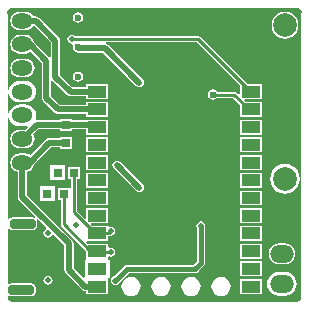
<source format=gtl>
G04*
G04 #@! TF.GenerationSoftware,Altium Limited,Altium Designer,18.1.9 (240)*
G04*
G04 Layer_Physical_Order=1*
G04 Layer_Color=255*
%FSLAX24Y24*%
%MOIN*%
G70*
G01*
G75*
%ADD14C,0.0100*%
%ADD16R,0.0300X0.0300*%
%ADD17R,0.0300X0.0300*%
%ADD18R,0.0630X0.0394*%
%ADD28C,0.0200*%
%ADD29C,0.0197*%
%ADD30C,0.0157*%
%ADD31C,0.0197*%
G04:AMPARAMS|DCode=32|XSize=84.6mil|YSize=31.5mil|CornerRadius=7.9mil|HoleSize=0mil|Usage=FLASHONLY|Rotation=0.000|XOffset=0mil|YOffset=0mil|HoleType=Round|Shape=RoundedRectangle|*
%AMROUNDEDRECTD32*
21,1,0.0846,0.0157,0,0,0.0*
21,1,0.0689,0.0315,0,0,0.0*
1,1,0.0157,0.0344,-0.0079*
1,1,0.0157,-0.0344,-0.0079*
1,1,0.0157,-0.0344,0.0079*
1,1,0.0157,0.0344,0.0079*
%
%ADD32ROUNDEDRECTD32*%
%ADD33C,0.0787*%
%ADD34C,0.0236*%
%ADD35O,0.0787X0.0591*%
%ADD36O,0.0709X0.0512*%
%ADD37C,0.0240*%
G36*
X9809Y9841D02*
X9858Y9808D01*
X9891Y9759D01*
X9903Y9700D01*
X9903Y9700D01*
X9903D01*
X9898Y9652D01*
X9898Y9650D01*
Y273D01*
X9893Y249D01*
X9897Y229D01*
X9892Y228D01*
X9898Y200D01*
X9887Y143D01*
X9855Y95D01*
X9807Y63D01*
X9750Y52D01*
X9722Y58D01*
X9721Y53D01*
X9701Y57D01*
X9677Y52D01*
X323D01*
X299Y57D01*
X279Y53D01*
X278Y58D01*
X250Y52D01*
X193Y63D01*
X145Y95D01*
X113Y143D01*
X102Y200D01*
X108Y228D01*
X149Y256D01*
X156Y257D01*
X170Y248D01*
X220Y238D01*
X909D01*
X959Y248D01*
X1002Y276D01*
X1030Y319D01*
X1040Y369D01*
Y526D01*
X1030Y577D01*
X1002Y619D01*
X959Y648D01*
X909Y658D01*
X220D01*
X170Y648D01*
X152Y636D01*
X102Y663D01*
Y2487D01*
X152Y2502D01*
X166Y2481D01*
X209Y2452D01*
X259Y2442D01*
X948D01*
X998Y2452D01*
X1041Y2481D01*
X1070Y2523D01*
X1080Y2574D01*
Y2731D01*
X1070Y2781D01*
X1067Y2785D01*
X1106Y2816D01*
X1397Y2525D01*
X1382Y2470D01*
X1343Y2444D01*
X1310Y2395D01*
X1299Y2337D01*
X1310Y2279D01*
X1343Y2230D01*
X1392Y2198D01*
X1450Y2186D01*
X1508Y2198D01*
X1557Y2230D01*
X1583Y2269D01*
X1638Y2285D01*
X1997Y1926D01*
Y1100D01*
X2009Y1041D01*
X2042Y992D01*
X2590Y444D01*
X2639Y411D01*
X2698Y399D01*
X2726D01*
Y305D01*
X3456D01*
Y796D01*
X3456Y799D01*
X3464Y846D01*
X3506D01*
Y1439D01*
X3464D01*
X3456Y1486D01*
X3456Y1489D01*
Y1529D01*
X3506Y1557D01*
X3550Y1549D01*
X3608Y1560D01*
X3657Y1593D01*
X3690Y1642D01*
X3701Y1700D01*
X3690Y1758D01*
X3657Y1807D01*
X3608Y1840D01*
X3550Y1851D01*
X3506Y1843D01*
X3456Y1871D01*
Y1980D01*
X2764D01*
X2711Y2033D01*
X2738Y2077D01*
X3456D01*
Y2222D01*
X3474D01*
X3513Y2229D01*
X3543Y2250D01*
X3550Y2249D01*
X3608Y2260D01*
X3657Y2293D01*
X3690Y2342D01*
X3701Y2400D01*
X3690Y2458D01*
X3657Y2507D01*
X3608Y2540D01*
X3550Y2551D01*
X3506Y2543D01*
X3456Y2570D01*
Y2570D01*
X2926D01*
X2875Y2621D01*
X2894Y2667D01*
X3456D01*
Y3161D01*
X2726D01*
Y2835D01*
X2680Y2816D01*
X2427Y3069D01*
Y4150D01*
X2525D01*
Y4550D01*
X2125D01*
Y4150D01*
X2223D01*
Y3855D01*
X2175Y3850D01*
X2173Y3850D01*
X1775D01*
Y3450D01*
X1873D01*
Y2625D01*
X1881Y2586D01*
X1903Y2553D01*
X2726Y1730D01*
Y1489D01*
X2726Y1486D01*
X2718Y1439D01*
X2676D01*
Y861D01*
X2630Y837D01*
X2303Y1163D01*
Y1989D01*
X2291Y2047D01*
X2258Y2097D01*
X1103Y3253D01*
X1096Y3257D01*
X751Y3602D01*
Y4386D01*
X778Y4390D01*
X853Y4421D01*
X917Y4470D01*
X966Y4534D01*
X996Y4608D01*
X1000Y4636D01*
X1563Y5199D01*
X1850D01*
Y5150D01*
X2250D01*
Y5550D01*
X1850D01*
Y5501D01*
X1500D01*
X1442Y5490D01*
X1393Y5457D01*
X1393Y5457D01*
X874Y4938D01*
X853Y4955D01*
X778Y4986D01*
X698Y4996D01*
X502D01*
X422Y4986D01*
X347Y4955D01*
X283Y4906D01*
X234Y4842D01*
X204Y4768D01*
X193Y4688D01*
X204Y4608D01*
X234Y4534D01*
X283Y4470D01*
X347Y4421D01*
X422Y4390D01*
X449Y4386D01*
Y3539D01*
X449Y3539D01*
X460Y3481D01*
X493Y3432D01*
X882Y3043D01*
X886Y3036D01*
X1034Y2889D01*
X1002Y2850D01*
X998Y2852D01*
X948Y2862D01*
X259D01*
X209Y2852D01*
X166Y2824D01*
X152Y2802D01*
X102Y2817D01*
Y6188D01*
X152Y6191D01*
X155Y6170D01*
X191Y6083D01*
X248Y6009D01*
X322Y5952D01*
X409Y5916D01*
X502Y5904D01*
X698D01*
X751Y5910D01*
X774Y5863D01*
X695Y5784D01*
X502D01*
X422Y5773D01*
X347Y5742D01*
X283Y5693D01*
X234Y5629D01*
X204Y5555D01*
X193Y5475D01*
X204Y5395D01*
X234Y5321D01*
X283Y5257D01*
X347Y5208D01*
X422Y5177D01*
X502Y5167D01*
X698D01*
X778Y5177D01*
X853Y5208D01*
X917Y5257D01*
X966Y5321D01*
X996Y5395D01*
X1007Y5475D01*
X996Y5555D01*
X966Y5628D01*
X1137Y5799D01*
X1850D01*
Y5750D01*
X2250D01*
Y5799D01*
X2726D01*
Y5620D01*
X3456D01*
Y6114D01*
X2726D01*
Y6101D01*
X2250D01*
Y6150D01*
X1850D01*
Y6101D01*
X1075D01*
X1075Y6101D01*
X1071Y6101D01*
X1035Y6144D01*
X1045Y6170D01*
X1057Y6263D01*
X1045Y6356D01*
X1009Y6442D01*
X952Y6516D01*
X878Y6573D01*
X791Y6609D01*
X698Y6622D01*
X502D01*
X409Y6609D01*
X322Y6573D01*
X248Y6516D01*
X191Y6442D01*
X155Y6356D01*
X152Y6334D01*
X102Y6337D01*
Y6976D01*
X152Y6979D01*
X155Y6957D01*
X191Y6871D01*
X248Y6796D01*
X322Y6739D01*
X409Y6703D01*
X502Y6691D01*
X698D01*
X791Y6703D01*
X878Y6739D01*
X952Y6796D01*
X1009Y6871D01*
X1045Y6957D01*
X1057Y7050D01*
X1045Y7143D01*
X1009Y7229D01*
X952Y7304D01*
X878Y7361D01*
X791Y7397D01*
X698Y7409D01*
X502D01*
X409Y7397D01*
X322Y7361D01*
X248Y7304D01*
X191Y7229D01*
X155Y7143D01*
X152Y7121D01*
X102Y7124D01*
Y9650D01*
X98Y9670D01*
X103Y9671D01*
X97Y9700D01*
X109Y9759D01*
X109Y9759D01*
X191Y9841D01*
X191Y9841D01*
X250Y9853D01*
X279Y9847D01*
X280Y9852D01*
X300Y9848D01*
X9700D01*
X9720Y9852D01*
X9721Y9847D01*
X9750Y9853D01*
X9809Y9841D01*
D02*
G37*
%LPC*%
G36*
X2450Y9690D02*
X2384Y9677D01*
X2329Y9640D01*
X2292Y9584D01*
X2279Y9518D01*
X2292Y9453D01*
X2329Y9397D01*
X2384Y9360D01*
X2450Y9347D01*
X2516Y9360D01*
X2571Y9397D01*
X2608Y9453D01*
X2621Y9518D01*
X2608Y9584D01*
X2571Y9640D01*
X2516Y9677D01*
X2450Y9690D01*
D02*
G37*
G36*
X9350Y9716D02*
X9234Y9700D01*
X9126Y9656D01*
X9034Y9585D01*
X8962Y9492D01*
X8918Y9384D01*
X8902Y9268D01*
X8918Y9152D01*
X8962Y9044D01*
X9034Y8952D01*
X9126Y8881D01*
X9234Y8836D01*
X9350Y8821D01*
X9466Y8836D01*
X9574Y8881D01*
X9666Y8952D01*
X9738Y9044D01*
X9782Y9152D01*
X9798Y9268D01*
X9782Y9384D01*
X9738Y9492D01*
X9666Y9585D01*
X9574Y9656D01*
X9466Y9700D01*
X9350Y9716D01*
D02*
G37*
G36*
X698Y9721D02*
X502D01*
X422Y9710D01*
X347Y9679D01*
X283Y9630D01*
X234Y9566D01*
X204Y9492D01*
X193Y9412D01*
X204Y9332D01*
X234Y9258D01*
X283Y9194D01*
X347Y9145D01*
X422Y9114D01*
X502Y9104D01*
X698D01*
X778Y9114D01*
X853Y9145D01*
X917Y9194D01*
X940Y9225D01*
X1006Y9230D01*
X1549Y8687D01*
Y8210D01*
X1531Y8198D01*
X1499Y8190D01*
X998Y8691D01*
X996Y8705D01*
X966Y8779D01*
X917Y8843D01*
X853Y8892D01*
X778Y8923D01*
X698Y8933D01*
X502D01*
X422Y8923D01*
X347Y8892D01*
X283Y8843D01*
X234Y8779D01*
X204Y8705D01*
X193Y8625D01*
X204Y8545D01*
X234Y8471D01*
X283Y8407D01*
X347Y8358D01*
X422Y8327D01*
X502Y8316D01*
X698D01*
X778Y8327D01*
X853Y8358D01*
X881Y8380D01*
X1249Y8012D01*
Y6850D01*
X1249Y6850D01*
X1260Y6792D01*
X1293Y6743D01*
X1686Y6350D01*
X1735Y6318D01*
X1793Y6306D01*
X1793Y6306D01*
X2726D01*
Y6211D01*
X3456D01*
Y6704D01*
X2726D01*
Y6609D01*
X1855D01*
X1551Y6913D01*
Y7415D01*
X1569Y7427D01*
X1601Y7435D01*
X2095Y6941D01*
X2095Y6941D01*
X2144Y6908D01*
X2202Y6897D01*
X2726D01*
Y6801D01*
X3456D01*
Y7295D01*
X2726D01*
Y7199D01*
X2265D01*
X1851Y7613D01*
Y8750D01*
X1840Y8808D01*
X1807Y8857D01*
X1807Y8857D01*
X1145Y9519D01*
X1096Y9552D01*
X1038Y9564D01*
X1038Y9564D01*
X967D01*
X966Y9566D01*
X917Y9630D01*
X853Y9679D01*
X778Y9710D01*
X698Y9721D01*
D02*
G37*
G36*
Y8146D02*
X502D01*
X422Y8135D01*
X347Y8105D01*
X283Y8056D01*
X234Y7992D01*
X204Y7917D01*
X193Y7837D01*
X204Y7758D01*
X234Y7683D01*
X283Y7619D01*
X347Y7570D01*
X422Y7539D01*
X502Y7529D01*
X698D01*
X778Y7539D01*
X853Y7570D01*
X917Y7619D01*
X966Y7683D01*
X996Y7758D01*
X1007Y7837D01*
X996Y7917D01*
X966Y7992D01*
X917Y8056D01*
X853Y8105D01*
X778Y8135D01*
X698Y8146D01*
D02*
G37*
G36*
X2450Y7721D02*
X2384Y7708D01*
X2329Y7671D01*
X2292Y7616D01*
X2279Y7550D01*
X2292Y7484D01*
X2329Y7429D01*
X2384Y7392D01*
X2450Y7379D01*
X2516Y7392D01*
X2571Y7429D01*
X2608Y7484D01*
X2621Y7550D01*
X2608Y7616D01*
X2571Y7671D01*
X2516Y7708D01*
X2450Y7721D01*
D02*
G37*
G36*
X2250Y8951D02*
X2192Y8940D01*
X2143Y8907D01*
X2110Y8858D01*
X2099Y8800D01*
X2110Y8742D01*
X2143Y8693D01*
X2192Y8660D01*
X2250Y8649D01*
X2266Y8652D01*
X2296Y8607D01*
X2292Y8600D01*
X2279Y8534D01*
X2292Y8469D01*
X2308Y8444D01*
X2309Y8441D01*
X2342Y8392D01*
X2391Y8359D01*
X2450Y8347D01*
X3287D01*
X4392Y7242D01*
X4441Y7209D01*
X4500Y7197D01*
X4559Y7209D01*
X4608Y7242D01*
X4641Y7291D01*
X4653Y7350D01*
X4641Y7409D01*
X4608Y7458D01*
X3458Y8608D01*
X3409Y8641D01*
X3375Y8648D01*
X3380Y8698D01*
X6415D01*
X7844Y7269D01*
Y6969D01*
X7798Y6950D01*
X7726Y7022D01*
X7693Y7044D01*
X7654Y7052D01*
X7086D01*
X7073Y7073D01*
X7016Y7110D01*
X6950Y7123D01*
X6884Y7110D01*
X6827Y7073D01*
X6790Y7016D01*
X6777Y6950D01*
X6790Y6884D01*
X6827Y6827D01*
X6884Y6790D01*
X6950Y6777D01*
X7016Y6790D01*
X7073Y6827D01*
X7086Y6848D01*
X7612D01*
X7844Y6616D01*
Y6211D01*
X8574D01*
Y6704D01*
X8044D01*
X7993Y6755D01*
X8012Y6801D01*
X8574D01*
Y7295D01*
X8106D01*
X6529Y8872D01*
X6496Y8894D01*
X6457Y8902D01*
X2360D01*
X2357Y8907D01*
X2308Y8940D01*
X2250Y8951D01*
D02*
G37*
G36*
X8574Y6114D02*
X7844D01*
Y5620D01*
X8574D01*
Y6114D01*
D02*
G37*
G36*
Y5523D02*
X7844D01*
Y5030D01*
X8574D01*
Y5523D01*
D02*
G37*
G36*
X3456Y5523D02*
X2726D01*
Y5030D01*
X3456D01*
Y5523D01*
D02*
G37*
G36*
X8574Y4933D02*
X7844D01*
Y4439D01*
X8574D01*
Y4933D01*
D02*
G37*
G36*
X3456Y4933D02*
X2726D01*
Y4439D01*
X3456D01*
Y4933D01*
D02*
G37*
G36*
X2025Y4600D02*
X1525D01*
Y4100D01*
X2025D01*
Y4600D01*
D02*
G37*
G36*
X8574Y4342D02*
X7844D01*
Y3848D01*
X8574D01*
Y4342D01*
D02*
G37*
G36*
X3456Y4342D02*
X2726D01*
Y3848D01*
X3456D01*
Y4342D01*
D02*
G37*
G36*
X3750Y4753D02*
X3691Y4741D01*
X3642Y4708D01*
X3609Y4659D01*
X3597Y4600D01*
X3609Y4541D01*
X3642Y4492D01*
X4392Y3742D01*
X4441Y3709D01*
X4500Y3697D01*
X4559Y3709D01*
X4608Y3742D01*
X4641Y3791D01*
X4653Y3850D01*
X4641Y3909D01*
X4608Y3958D01*
X3858Y4708D01*
X3809Y4741D01*
X3750Y4753D01*
D02*
G37*
G36*
X9350Y4648D02*
X9221Y4631D01*
X9101Y4581D01*
X8998Y4502D01*
X8919Y4399D01*
X8869Y4279D01*
X8852Y4150D01*
X8869Y4021D01*
X8919Y3901D01*
X8998Y3798D01*
X9101Y3719D01*
X9221Y3669D01*
X9350Y3652D01*
X9479Y3669D01*
X9599Y3719D01*
X9702Y3798D01*
X9781Y3901D01*
X9831Y4021D01*
X9848Y4150D01*
X9831Y4279D01*
X9781Y4399D01*
X9702Y4502D01*
X9599Y4581D01*
X9479Y4631D01*
X9350Y4648D01*
D02*
G37*
G36*
X1675Y3900D02*
X1175D01*
Y3400D01*
X1675D01*
Y3900D01*
D02*
G37*
G36*
X8574Y3752D02*
X7844D01*
Y3258D01*
X8574D01*
Y3752D01*
D02*
G37*
G36*
X3456D02*
X2726D01*
Y3258D01*
X3456D01*
Y3752D01*
D02*
G37*
G36*
X8574Y3161D02*
X7844D01*
Y2667D01*
X8574D01*
Y3161D01*
D02*
G37*
G36*
Y2570D02*
X7844D01*
Y2077D01*
X8574D01*
Y2570D01*
D02*
G37*
G36*
Y1980D02*
X7844D01*
Y1486D01*
X8574D01*
Y1980D01*
D02*
G37*
G36*
X9348Y1998D02*
X9152D01*
X9061Y1986D01*
X8977Y1952D01*
X8905Y1896D01*
X8850Y1824D01*
X8815Y1740D01*
X8803Y1650D01*
X8815Y1560D01*
X8850Y1476D01*
X8905Y1404D01*
X8977Y1348D01*
X9061Y1314D01*
X9152Y1302D01*
X9348D01*
X9439Y1314D01*
X9523Y1348D01*
X9595Y1404D01*
X9650Y1476D01*
X9685Y1560D01*
X9697Y1650D01*
X9685Y1740D01*
X9650Y1824D01*
X9595Y1896D01*
X9523Y1952D01*
X9439Y1986D01*
X9348Y1998D01*
D02*
G37*
G36*
X6550Y2725D02*
X6492Y2714D01*
X6443Y2681D01*
X6410Y2632D01*
X6399Y2574D01*
X6410Y2516D01*
X6419Y2503D01*
Y1397D01*
X6307Y1285D01*
X6292Y1282D01*
X6279Y1274D01*
X4093D01*
X4042Y1264D01*
X4000Y1235D01*
X3657Y893D01*
X3642Y890D01*
X3593Y857D01*
X3560Y808D01*
X3549Y750D01*
X3560Y692D01*
X3593Y643D01*
X3642Y610D01*
X3700Y599D01*
X3758Y610D01*
X3807Y643D01*
X3840Y692D01*
X3843Y707D01*
X4147Y1011D01*
X6279D01*
X6292Y1003D01*
X6350Y991D01*
X6408Y1003D01*
X6457Y1036D01*
X6490Y1085D01*
X6493Y1100D01*
X6643Y1250D01*
X6671Y1292D01*
X6681Y1343D01*
Y2503D01*
X6690Y2516D01*
X6701Y2574D01*
X6690Y2632D01*
X6657Y2681D01*
X6608Y2714D01*
X6550Y2725D01*
D02*
G37*
G36*
X8574Y1389D02*
X7844D01*
Y896D01*
X8574D01*
Y1389D01*
D02*
G37*
G36*
X1450Y914D02*
X1392Y902D01*
X1343Y870D01*
X1310Y821D01*
X1299Y763D01*
X1310Y705D01*
X1343Y656D01*
X1392Y623D01*
X1450Y611D01*
X1508Y623D01*
X1557Y656D01*
X1590Y705D01*
X1602Y763D01*
X1590Y821D01*
X1557Y870D01*
X1508Y902D01*
X1450Y914D01*
D02*
G37*
G36*
X8574Y799D02*
X7844D01*
Y305D01*
X8574D01*
Y799D01*
D02*
G37*
G36*
X9348Y1049D02*
X9152D01*
X9048Y1035D01*
X8952Y995D01*
X8870Y932D01*
X8806Y849D01*
X8766Y753D01*
X8753Y650D01*
X8766Y547D01*
X8806Y451D01*
X8870Y368D01*
X8952Y305D01*
X9048Y265D01*
X9152Y251D01*
X9348D01*
X9452Y265D01*
X9548Y305D01*
X9630Y368D01*
X9694Y451D01*
X9734Y547D01*
X9747Y650D01*
X9734Y753D01*
X9694Y849D01*
X9630Y932D01*
X9548Y995D01*
X9452Y1035D01*
X9348Y1049D01*
D02*
G37*
G36*
X7219Y879D02*
X7137Y868D01*
X7060Y836D01*
X6994Y786D01*
X6943Y719D01*
X6911Y643D01*
X6900Y560D01*
X6911Y477D01*
X6943Y401D01*
X6994Y334D01*
X7060Y284D01*
X7137Y252D01*
X7219Y241D01*
X7302Y252D01*
X7379Y284D01*
X7445Y334D01*
X7495Y401D01*
X7527Y477D01*
X7538Y560D01*
X7527Y643D01*
X7495Y719D01*
X7445Y786D01*
X7379Y836D01*
X7302Y868D01*
X7219Y879D01*
D02*
G37*
G36*
X6219D02*
X6137Y868D01*
X6060Y836D01*
X5994Y786D01*
X5943Y719D01*
X5911Y643D01*
X5900Y560D01*
X5911Y477D01*
X5943Y401D01*
X5994Y334D01*
X6060Y284D01*
X6137Y252D01*
X6219Y241D01*
X6302Y252D01*
X6379Y284D01*
X6445Y334D01*
X6495Y401D01*
X6527Y477D01*
X6538Y560D01*
X6527Y643D01*
X6495Y719D01*
X6445Y786D01*
X6379Y836D01*
X6302Y868D01*
X6219Y879D01*
D02*
G37*
G36*
X5219D02*
X5137Y868D01*
X5060Y836D01*
X4994Y786D01*
X4943Y719D01*
X4911Y643D01*
X4900Y560D01*
X4911Y477D01*
X4943Y401D01*
X4994Y334D01*
X5060Y284D01*
X5137Y252D01*
X5219Y241D01*
X5302Y252D01*
X5379Y284D01*
X5445Y334D01*
X5495Y401D01*
X5527Y477D01*
X5538Y560D01*
X5527Y643D01*
X5495Y719D01*
X5445Y786D01*
X5379Y836D01*
X5302Y868D01*
X5219Y879D01*
D02*
G37*
G36*
X4219Y879D02*
X4137Y868D01*
X4060Y836D01*
X3994Y786D01*
X3943Y719D01*
X3911Y643D01*
X3900Y560D01*
X3911Y477D01*
X3943Y401D01*
X3994Y334D01*
X4060Y284D01*
X4137Y252D01*
X4219Y241D01*
X4302Y252D01*
X4379Y284D01*
X4445Y334D01*
X4495Y401D01*
X4527Y477D01*
X4538Y560D01*
X4527Y643D01*
X4495Y719D01*
X4445Y786D01*
X4379Y836D01*
X4302Y868D01*
X4219Y879D01*
D02*
G37*
%LPD*%
D14*
X6950Y6950D02*
X7654D01*
X8146Y6457D01*
X8209D01*
X550Y5450D02*
X600D01*
X2867Y1733D02*
X3091D01*
X1975Y2625D02*
X2867Y1733D01*
X1975Y2625D02*
Y3650D01*
X2250Y8800D02*
X6457D01*
X2325Y3027D02*
X3028Y2324D01*
X2325Y3027D02*
Y4350D01*
X3028Y2324D02*
X3091D01*
X3474D01*
X3550Y2400D01*
X3124Y1700D02*
X3550D01*
X3091Y1733D02*
X3124Y1700D01*
X6457Y8800D02*
X8209Y7048D01*
D16*
X1425Y3650D02*
D03*
X1975D02*
D03*
X1775Y4350D02*
D03*
X2325D02*
D03*
D17*
X2050Y5950D02*
D03*
Y5350D02*
D03*
D18*
X3091Y552D02*
D03*
Y4686D02*
D03*
Y5276D02*
D03*
Y5867D02*
D03*
Y6457D02*
D03*
Y7048D02*
D03*
Y2324D02*
D03*
Y1733D02*
D03*
Y4095D02*
D03*
Y3505D02*
D03*
Y2914D02*
D03*
X8209Y552D02*
D03*
Y1143D02*
D03*
Y1733D02*
D03*
Y2324D02*
D03*
Y2914D02*
D03*
Y3505D02*
D03*
Y4095D02*
D03*
Y4686D02*
D03*
Y5276D02*
D03*
Y5867D02*
D03*
Y6457D02*
D03*
Y7048D02*
D03*
X3091Y1143D02*
D03*
D28*
X2450Y8500D02*
X3350D01*
X3750Y4600D02*
X4500Y3850D01*
X994Y3144D02*
X2150Y1989D01*
X3350Y8500D02*
X4500Y7350D01*
X2698Y552D02*
X3091D01*
X2150Y1100D02*
X2698Y552D01*
X2150Y1100D02*
Y1989D01*
X2450Y8500D02*
Y8534D01*
D29*
X2202Y7048D02*
X3091D01*
X1700Y7550D02*
X2202Y7048D01*
X1700Y7550D02*
Y8750D01*
X1038Y9412D02*
X1700Y8750D01*
X600Y9412D02*
X1038D01*
X1793Y6457D02*
X3091D01*
X1400Y6850D02*
Y8075D01*
Y6850D02*
X1793Y6457D01*
X850Y8625D02*
X1400Y8075D01*
X600Y8625D02*
X850D01*
X2050Y5950D02*
X3008D01*
X1075D02*
X2050D01*
X3008D02*
X3091Y5867D01*
X600Y5475D02*
X1075Y5950D01*
X1500Y5350D02*
X2050D01*
X838Y4688D02*
X1500Y5350D01*
X600Y4688D02*
X838D01*
X600Y3539D02*
X994Y3144D01*
X600Y3539D02*
Y4688D01*
D30*
X4093Y1143D02*
X6350D01*
X3700Y750D02*
X4093Y1143D01*
X6550Y1343D02*
Y2574D01*
X6350Y1143D02*
X6550Y1343D01*
D31*
X1450Y2337D02*
D03*
Y763D02*
D03*
X250Y3750D02*
D03*
X2050Y4800D02*
D03*
X5400Y5150D02*
D03*
X5350Y6700D02*
D03*
X2400Y2600D02*
D03*
X4500Y3850D02*
D03*
X3750Y4600D02*
D03*
X4500Y7350D02*
D03*
X6550Y2574D02*
D03*
X6350Y1143D02*
D03*
X3700Y750D02*
D03*
X2250Y8800D02*
D03*
X3550Y2400D02*
D03*
Y1700D02*
D03*
D32*
X564Y448D02*
D03*
X604Y2652D02*
D03*
D33*
X9350Y4150D02*
D03*
Y9268D02*
D03*
D34*
X2450Y7550D02*
D03*
Y8534D02*
D03*
Y9518D02*
D03*
D35*
X9250Y650D02*
D03*
Y1650D02*
D03*
D36*
X600Y4688D02*
D03*
D03*
Y5475D02*
D03*
Y6263D02*
D03*
Y7050D02*
D03*
Y7837D02*
D03*
Y8625D02*
D03*
Y9412D02*
D03*
D37*
X6950Y6950D02*
D03*
X7550Y2150D02*
D03*
X2450Y150D02*
D03*
X9650Y3250D02*
D03*
X9000Y3150D02*
D03*
X5850Y5500D02*
D03*
X4700Y9550D02*
D03*
X7219Y8850D02*
D03*
X5850Y9650D02*
D03*
X2800Y9050D02*
D03*
X4700Y8050D02*
D03*
X4450Y2200D02*
D03*
X9800Y2350D02*
D03*
X8850Y1100D02*
D03*
X250Y1600D02*
D03*
X8600Y8950D02*
D03*
X5000Y4550D02*
D03*
X6700Y300D02*
D03*
X5850Y5050D02*
D03*
X1950Y9600D02*
D03*
X7250Y9650D02*
D03*
X9400Y2850D02*
D03*
M02*

</source>
